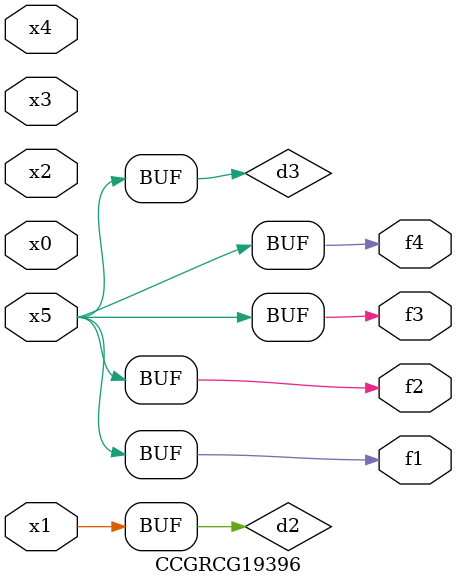
<source format=v>
module CCGRCG19396(
	input x0, x1, x2, x3, x4, x5,
	output f1, f2, f3, f4
);

	wire d1, d2, d3;

	not (d1, x5);
	or (d2, x1);
	xnor (d3, d1);
	assign f1 = d3;
	assign f2 = d3;
	assign f3 = d3;
	assign f4 = d3;
endmodule

</source>
